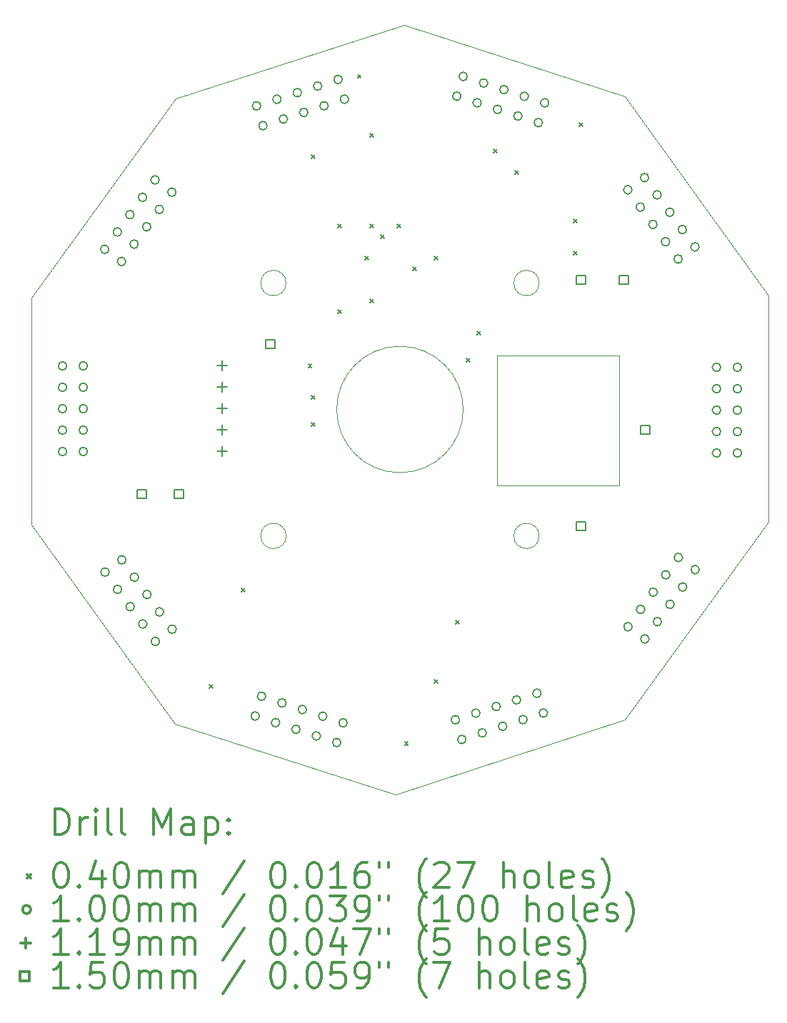
<source format=gbr>
%FSLAX45Y45*%
G04 Gerber Fmt 4.5, Leading zero omitted, Abs format (unit mm)*
G04 Created by KiCad (PCBNEW 5.1.6) date 2020-09-22 22:13:52*
%MOMM*%
%LPD*%
G01*
G04 APERTURE LIST*
%TA.AperFunction,Profile*%
%ADD10C,0.100000*%
%TD*%
%TA.AperFunction,Profile*%
%ADD11C,0.050000*%
%TD*%
%ADD12C,0.200000*%
%ADD13C,0.300000*%
G04 APERTURE END LIST*
D10*
X7048500Y-2438400D02*
X9664700Y-3289300D01*
X4343400Y-3314700D02*
X7048500Y-2438400D01*
X2628900Y-5676900D02*
X4343400Y-3314700D01*
X2628900Y-8369300D02*
X2628900Y-5676900D01*
X4330700Y-10731500D02*
X2628900Y-8369300D01*
X6946900Y-11569700D02*
X4330700Y-10731500D01*
X9664700Y-10680700D02*
X6946900Y-11569700D01*
X11366500Y-8331200D02*
X9664700Y-10680700D01*
X11366500Y-5651500D02*
X11366500Y-8331200D01*
X9664700Y-3289300D02*
X11366500Y-5651500D01*
D11*
X8150000Y-7900000D02*
X8150000Y-6360000D01*
X9600000Y-7900000D02*
X8150000Y-7900000D01*
X9600000Y-6360000D02*
X9600000Y-7900000D01*
X8150000Y-6360000D02*
X9600000Y-6360000D01*
X5650000Y-5500000D02*
G75*
G03*
X5650000Y-5500000I-150000J0D01*
G01*
X5650000Y-8500000D02*
G75*
G03*
X5650000Y-8500000I-150000J0D01*
G01*
X8650000Y-8500000D02*
G75*
G03*
X8650000Y-8500000I-150000J0D01*
G01*
X8650000Y-5500000D02*
G75*
G03*
X8650000Y-5500000I-150000J0D01*
G01*
X7750000Y-7000000D02*
G75*
G03*
X7750000Y-7000000I-750000J0D01*
G01*
D12*
X4742500Y-10267000D02*
X4782500Y-10307000D01*
X4782500Y-10267000D02*
X4742500Y-10307000D01*
X5123500Y-9124000D02*
X5163500Y-9164000D01*
X5163500Y-9124000D02*
X5123500Y-9164000D01*
X5912549Y-6460174D02*
X5952549Y-6500174D01*
X5952549Y-6460174D02*
X5912549Y-6500174D01*
X5949000Y-3980500D02*
X5989000Y-4020500D01*
X5989000Y-3980500D02*
X5949000Y-4020500D01*
X5949000Y-6838001D02*
X5989000Y-6878001D01*
X5989000Y-6838001D02*
X5949000Y-6878001D01*
X5949000Y-7155500D02*
X5989000Y-7195500D01*
X5989000Y-7155500D02*
X5949000Y-7195500D01*
X6266500Y-4806000D02*
X6306500Y-4846000D01*
X6306500Y-4806000D02*
X6266500Y-4846000D01*
X6266500Y-5822000D02*
X6306500Y-5862000D01*
X6306500Y-5822000D02*
X6266500Y-5862000D01*
X6497640Y-3030540D02*
X6537640Y-3070540D01*
X6537640Y-3030540D02*
X6497640Y-3070540D01*
X6584000Y-5187000D02*
X6624000Y-5227000D01*
X6624000Y-5187000D02*
X6584000Y-5227000D01*
X6647500Y-3726500D02*
X6687500Y-3766500D01*
X6687500Y-3726500D02*
X6647500Y-3766500D01*
X6647500Y-4806000D02*
X6687500Y-4846000D01*
X6687500Y-4806000D02*
X6647500Y-4846000D01*
X6647500Y-5695000D02*
X6687500Y-5735000D01*
X6687500Y-5695000D02*
X6647500Y-5735000D01*
X6774500Y-4933000D02*
X6814500Y-4973000D01*
X6814500Y-4933000D02*
X6774500Y-4973000D01*
X6965000Y-4806000D02*
X7005000Y-4846000D01*
X7005000Y-4806000D02*
X6965000Y-4846000D01*
X7056440Y-10940100D02*
X7096440Y-10980100D01*
X7096440Y-10940100D02*
X7056440Y-10980100D01*
X7155500Y-5314000D02*
X7195500Y-5354000D01*
X7195500Y-5314000D02*
X7155500Y-5354000D01*
X7409500Y-5187000D02*
X7449500Y-5227000D01*
X7449500Y-5187000D02*
X7409500Y-5227000D01*
X7409500Y-10203500D02*
X7449500Y-10243500D01*
X7449500Y-10203500D02*
X7409500Y-10243500D01*
X7663500Y-9505000D02*
X7703500Y-9545000D01*
X7703500Y-9505000D02*
X7663500Y-9545000D01*
X7790500Y-6393500D02*
X7830500Y-6433500D01*
X7830500Y-6393500D02*
X7790500Y-6433500D01*
X7917500Y-6076000D02*
X7957500Y-6116000D01*
X7957500Y-6076000D02*
X7917500Y-6116000D01*
X8108000Y-3917000D02*
X8148000Y-3957000D01*
X8148000Y-3917000D02*
X8108000Y-3957000D01*
X8362000Y-4171000D02*
X8402000Y-4211000D01*
X8402000Y-4171000D02*
X8362000Y-4211000D01*
X9060500Y-4742500D02*
X9100500Y-4782500D01*
X9100500Y-4742500D02*
X9060500Y-4782500D01*
X9060500Y-5123500D02*
X9100500Y-5163500D01*
X9100500Y-5123500D02*
X9060500Y-5163500D01*
X9124000Y-3599500D02*
X9164000Y-3639500D01*
X9164000Y-3599500D02*
X9124000Y-3639500D01*
X3550000Y-5100000D02*
G75*
G03*
X3550000Y-5100000I-50000J0D01*
G01*
X3699297Y-4894510D02*
G75*
G03*
X3699297Y-4894510I-50000J0D01*
G01*
X3749018Y-5244595D02*
G75*
G03*
X3749018Y-5244595I-50000J0D01*
G01*
X3848595Y-4689019D02*
G75*
G03*
X3848595Y-4689019I-50000J0D01*
G01*
X3898316Y-5039105D02*
G75*
G03*
X3898316Y-5039105I-50000J0D01*
G01*
X3997892Y-4483529D02*
G75*
G03*
X3997892Y-4483529I-50000J0D01*
G01*
X4047613Y-4833615D02*
G75*
G03*
X4047613Y-4833615I-50000J0D01*
G01*
X4147190Y-4278039D02*
G75*
G03*
X4147190Y-4278039I-50000J0D01*
G01*
X4196911Y-4628124D02*
G75*
G03*
X4196911Y-4628124I-50000J0D01*
G01*
X4346208Y-4422634D02*
G75*
G03*
X4346208Y-4422634I-50000J0D01*
G01*
X5333727Y-10636039D02*
G75*
G03*
X5333727Y-10636039I-50000J0D01*
G01*
X5409745Y-10402079D02*
G75*
G03*
X5409745Y-10402079I-50000J0D01*
G01*
X5575295Y-10714529D02*
G75*
G03*
X5575295Y-10714529I-50000J0D01*
G01*
X5651313Y-10480569D02*
G75*
G03*
X5651313Y-10480569I-50000J0D01*
G01*
X5816863Y-10793019D02*
G75*
G03*
X5816863Y-10793019I-50000J0D01*
G01*
X5892881Y-10559060D02*
G75*
G03*
X5892881Y-10559060I-50000J0D01*
G01*
X6058432Y-10871510D02*
G75*
G03*
X6058432Y-10871510I-50000J0D01*
G01*
X6134450Y-10637550D02*
G75*
G03*
X6134450Y-10637550I-50000J0D01*
G01*
X6300000Y-10950000D02*
G75*
G03*
X6300000Y-10950000I-50000J0D01*
G01*
X6376018Y-10716040D02*
G75*
G03*
X6376018Y-10716040I-50000J0D01*
G01*
X7723982Y-3283960D02*
G75*
G03*
X7723982Y-3283960I-50000J0D01*
G01*
X7800000Y-3050000D02*
G75*
G03*
X7800000Y-3050000I-50000J0D01*
G01*
X7965550Y-3362450D02*
G75*
G03*
X7965550Y-3362450I-50000J0D01*
G01*
X8041568Y-3128490D02*
G75*
G03*
X8041568Y-3128490I-50000J0D01*
G01*
X8207118Y-3440940D02*
G75*
G03*
X8207118Y-3440940I-50000J0D01*
G01*
X8283137Y-3206981D02*
G75*
G03*
X8283137Y-3206981I-50000J0D01*
G01*
X8448687Y-3519431D02*
G75*
G03*
X8448687Y-3519431I-50000J0D01*
G01*
X8524705Y-3285471D02*
G75*
G03*
X8524705Y-3285471I-50000J0D01*
G01*
X8690255Y-3597921D02*
G75*
G03*
X8690255Y-3597921I-50000J0D01*
G01*
X8766273Y-3363961D02*
G75*
G03*
X8766273Y-3363961I-50000J0D01*
G01*
X9750982Y-4394595D02*
G75*
G03*
X9750982Y-4394595I-50000J0D01*
G01*
X9900279Y-4600086D02*
G75*
G03*
X9900279Y-4600086I-50000J0D01*
G01*
X9950000Y-4250000D02*
G75*
G03*
X9950000Y-4250000I-50000J0D01*
G01*
X10049577Y-4805576D02*
G75*
G03*
X10049577Y-4805576I-50000J0D01*
G01*
X10099298Y-4455490D02*
G75*
G03*
X10099298Y-4455490I-50000J0D01*
G01*
X10198874Y-5011066D02*
G75*
G03*
X10198874Y-5011066I-50000J0D01*
G01*
X10248595Y-4660981D02*
G75*
G03*
X10248595Y-4660981I-50000J0D01*
G01*
X10348172Y-5216556D02*
G75*
G03*
X10348172Y-5216556I-50000J0D01*
G01*
X10397892Y-4866471D02*
G75*
G03*
X10397892Y-4866471I-50000J0D01*
G01*
X10547190Y-5071961D02*
G75*
G03*
X10547190Y-5071961I-50000J0D01*
G01*
X5350000Y-3400000D02*
G75*
G03*
X5350000Y-3400000I-50000J0D01*
G01*
X5426018Y-3633960D02*
G75*
G03*
X5426018Y-3633960I-50000J0D01*
G01*
X5591568Y-3321510D02*
G75*
G03*
X5591568Y-3321510I-50000J0D01*
G01*
X5667586Y-3555470D02*
G75*
G03*
X5667586Y-3555470I-50000J0D01*
G01*
X5833137Y-3243019D02*
G75*
G03*
X5833137Y-3243019I-50000J0D01*
G01*
X5909155Y-3476979D02*
G75*
G03*
X5909155Y-3476979I-50000J0D01*
G01*
X6074705Y-3164529D02*
G75*
G03*
X6074705Y-3164529I-50000J0D01*
G01*
X6150723Y-3398489D02*
G75*
G03*
X6150723Y-3398489I-50000J0D01*
G01*
X6316273Y-3086039D02*
G75*
G03*
X6316273Y-3086039I-50000J0D01*
G01*
X6392292Y-3319999D02*
G75*
G03*
X6392292Y-3319999I-50000J0D01*
G01*
X3552810Y-8928039D02*
G75*
G03*
X3552810Y-8928039I-50000J0D01*
G01*
X3702108Y-9133529D02*
G75*
G03*
X3702108Y-9133529I-50000J0D01*
G01*
X3751828Y-8783444D02*
G75*
G03*
X3751828Y-8783444I-50000J0D01*
G01*
X3851405Y-9339019D02*
G75*
G03*
X3851405Y-9339019I-50000J0D01*
G01*
X3901126Y-8988934D02*
G75*
G03*
X3901126Y-8988934I-50000J0D01*
G01*
X4000702Y-9544510D02*
G75*
G03*
X4000702Y-9544510I-50000J0D01*
G01*
X4050423Y-9194424D02*
G75*
G03*
X4050423Y-9194424I-50000J0D01*
G01*
X4150000Y-9750000D02*
G75*
G03*
X4150000Y-9750000I-50000J0D01*
G01*
X4199721Y-9399915D02*
G75*
G03*
X4199721Y-9399915I-50000J0D01*
G01*
X4349018Y-9605405D02*
G75*
G03*
X4349018Y-9605405I-50000J0D01*
G01*
X10804000Y-6500000D02*
G75*
G03*
X10804000Y-6500000I-50000J0D01*
G01*
X10804000Y-6754000D02*
G75*
G03*
X10804000Y-6754000I-50000J0D01*
G01*
X10804000Y-7008000D02*
G75*
G03*
X10804000Y-7008000I-50000J0D01*
G01*
X10804000Y-7262000D02*
G75*
G03*
X10804000Y-7262000I-50000J0D01*
G01*
X10804000Y-7516000D02*
G75*
G03*
X10804000Y-7516000I-50000J0D01*
G01*
X11050000Y-6500000D02*
G75*
G03*
X11050000Y-6500000I-50000J0D01*
G01*
X11050000Y-6754000D02*
G75*
G03*
X11050000Y-6754000I-50000J0D01*
G01*
X11050000Y-7008000D02*
G75*
G03*
X11050000Y-7008000I-50000J0D01*
G01*
X11050000Y-7262000D02*
G75*
G03*
X11050000Y-7262000I-50000J0D01*
G01*
X11050000Y-7516000D02*
G75*
G03*
X11050000Y-7516000I-50000J0D01*
G01*
X9753792Y-9577366D02*
G75*
G03*
X9753792Y-9577366I-50000J0D01*
G01*
X9903090Y-9371876D02*
G75*
G03*
X9903090Y-9371876I-50000J0D01*
G01*
X9952810Y-9721961D02*
G75*
G03*
X9952810Y-9721961I-50000J0D01*
G01*
X10052387Y-9166386D02*
G75*
G03*
X10052387Y-9166386I-50000J0D01*
G01*
X10102108Y-9516471D02*
G75*
G03*
X10102108Y-9516471I-50000J0D01*
G01*
X10201684Y-8960895D02*
G75*
G03*
X10201684Y-8960895I-50000J0D01*
G01*
X10251405Y-9310981D02*
G75*
G03*
X10251405Y-9310981I-50000J0D01*
G01*
X10350982Y-8755405D02*
G75*
G03*
X10350982Y-8755405I-50000J0D01*
G01*
X10400703Y-9105490D02*
G75*
G03*
X10400703Y-9105490I-50000J0D01*
G01*
X10550000Y-8900000D02*
G75*
G03*
X10550000Y-8900000I-50000J0D01*
G01*
X3050000Y-6484000D02*
G75*
G03*
X3050000Y-6484000I-50000J0D01*
G01*
X3050000Y-6738000D02*
G75*
G03*
X3050000Y-6738000I-50000J0D01*
G01*
X3050000Y-6992000D02*
G75*
G03*
X3050000Y-6992000I-50000J0D01*
G01*
X3050000Y-7246000D02*
G75*
G03*
X3050000Y-7246000I-50000J0D01*
G01*
X3050000Y-7500000D02*
G75*
G03*
X3050000Y-7500000I-50000J0D01*
G01*
X3296000Y-6484000D02*
G75*
G03*
X3296000Y-6484000I-50000J0D01*
G01*
X3296000Y-6738000D02*
G75*
G03*
X3296000Y-6738000I-50000J0D01*
G01*
X3296000Y-6992000D02*
G75*
G03*
X3296000Y-6992000I-50000J0D01*
G01*
X3296000Y-7246000D02*
G75*
G03*
X3296000Y-7246000I-50000J0D01*
G01*
X3296000Y-7500000D02*
G75*
G03*
X3296000Y-7500000I-50000J0D01*
G01*
X7707708Y-10680001D02*
G75*
G03*
X7707708Y-10680001I-50000J0D01*
G01*
X7783727Y-10913961D02*
G75*
G03*
X7783727Y-10913961I-50000J0D01*
G01*
X7949277Y-10601511D02*
G75*
G03*
X7949277Y-10601511I-50000J0D01*
G01*
X8025295Y-10835471D02*
G75*
G03*
X8025295Y-10835471I-50000J0D01*
G01*
X8190845Y-10523021D02*
G75*
G03*
X8190845Y-10523021I-50000J0D01*
G01*
X8266863Y-10756981D02*
G75*
G03*
X8266863Y-10756981I-50000J0D01*
G01*
X8432414Y-10444530D02*
G75*
G03*
X8432414Y-10444530I-50000J0D01*
G01*
X8508432Y-10678490D02*
G75*
G03*
X8508432Y-10678490I-50000J0D01*
G01*
X8673982Y-10366040D02*
G75*
G03*
X8673982Y-10366040I-50000J0D01*
G01*
X8750000Y-10600000D02*
G75*
G03*
X8750000Y-10600000I-50000J0D01*
G01*
X4889500Y-6417500D02*
X4889500Y-6536500D01*
X4830000Y-6477000D02*
X4949000Y-6477000D01*
X4889500Y-6671500D02*
X4889500Y-6790500D01*
X4830000Y-6731000D02*
X4949000Y-6731000D01*
X4889500Y-6925500D02*
X4889500Y-7044500D01*
X4830000Y-6985000D02*
X4949000Y-6985000D01*
X4889500Y-7179500D02*
X4889500Y-7298500D01*
X4830000Y-7239000D02*
X4949000Y-7239000D01*
X4889500Y-7433500D02*
X4889500Y-7552500D01*
X4830000Y-7493000D02*
X4949000Y-7493000D01*
X9197034Y-5514034D02*
X9197034Y-5407967D01*
X9090967Y-5407967D01*
X9090967Y-5514034D01*
X9197034Y-5514034D01*
X9959034Y-7292033D02*
X9959034Y-7185966D01*
X9852967Y-7185966D01*
X9852967Y-7292033D01*
X9959034Y-7292033D01*
X9705034Y-5514034D02*
X9705034Y-5407967D01*
X9598967Y-5407967D01*
X9598967Y-5514034D01*
X9705034Y-5514034D01*
X9197034Y-8435034D02*
X9197034Y-8328966D01*
X9090967Y-8328966D01*
X9090967Y-8435034D01*
X9197034Y-8435034D01*
X3990033Y-8054033D02*
X3990033Y-7947966D01*
X3883966Y-7947966D01*
X3883966Y-8054033D01*
X3990033Y-8054033D01*
X5514034Y-6276033D02*
X5514034Y-6169966D01*
X5407967Y-6169966D01*
X5407967Y-6276033D01*
X5514034Y-6276033D01*
X4434534Y-8054033D02*
X4434534Y-7947966D01*
X4328467Y-7947966D01*
X4328467Y-8054033D01*
X4434534Y-8054033D01*
D13*
X2910328Y-12040414D02*
X2910328Y-11740414D01*
X2981757Y-11740414D01*
X3024614Y-11754700D01*
X3053186Y-11783271D01*
X3067471Y-11811843D01*
X3081757Y-11868986D01*
X3081757Y-11911843D01*
X3067471Y-11968986D01*
X3053186Y-11997557D01*
X3024614Y-12026129D01*
X2981757Y-12040414D01*
X2910328Y-12040414D01*
X3210328Y-12040414D02*
X3210328Y-11840414D01*
X3210328Y-11897557D02*
X3224614Y-11868986D01*
X3238900Y-11854700D01*
X3267471Y-11840414D01*
X3296043Y-11840414D01*
X3396043Y-12040414D02*
X3396043Y-11840414D01*
X3396043Y-11740414D02*
X3381757Y-11754700D01*
X3396043Y-11768986D01*
X3410328Y-11754700D01*
X3396043Y-11740414D01*
X3396043Y-11768986D01*
X3581757Y-12040414D02*
X3553186Y-12026129D01*
X3538900Y-11997557D01*
X3538900Y-11740414D01*
X3738900Y-12040414D02*
X3710328Y-12026129D01*
X3696043Y-11997557D01*
X3696043Y-11740414D01*
X4081757Y-12040414D02*
X4081757Y-11740414D01*
X4181757Y-11954700D01*
X4281757Y-11740414D01*
X4281757Y-12040414D01*
X4553186Y-12040414D02*
X4553186Y-11883271D01*
X4538900Y-11854700D01*
X4510328Y-11840414D01*
X4453186Y-11840414D01*
X4424614Y-11854700D01*
X4553186Y-12026129D02*
X4524614Y-12040414D01*
X4453186Y-12040414D01*
X4424614Y-12026129D01*
X4410328Y-11997557D01*
X4410328Y-11968986D01*
X4424614Y-11940414D01*
X4453186Y-11926129D01*
X4524614Y-11926129D01*
X4553186Y-11911843D01*
X4696043Y-11840414D02*
X4696043Y-12140414D01*
X4696043Y-11854700D02*
X4724614Y-11840414D01*
X4781757Y-11840414D01*
X4810328Y-11854700D01*
X4824614Y-11868986D01*
X4838900Y-11897557D01*
X4838900Y-11983271D01*
X4824614Y-12011843D01*
X4810328Y-12026129D01*
X4781757Y-12040414D01*
X4724614Y-12040414D01*
X4696043Y-12026129D01*
X4967471Y-12011843D02*
X4981757Y-12026129D01*
X4967471Y-12040414D01*
X4953186Y-12026129D01*
X4967471Y-12011843D01*
X4967471Y-12040414D01*
X4967471Y-11854700D02*
X4981757Y-11868986D01*
X4967471Y-11883271D01*
X4953186Y-11868986D01*
X4967471Y-11854700D01*
X4967471Y-11883271D01*
X2583900Y-12514700D02*
X2623900Y-12554700D01*
X2623900Y-12514700D02*
X2583900Y-12554700D01*
X2967471Y-12370414D02*
X2996043Y-12370414D01*
X3024614Y-12384700D01*
X3038900Y-12398986D01*
X3053186Y-12427557D01*
X3067471Y-12484700D01*
X3067471Y-12556129D01*
X3053186Y-12613271D01*
X3038900Y-12641843D01*
X3024614Y-12656129D01*
X2996043Y-12670414D01*
X2967471Y-12670414D01*
X2938900Y-12656129D01*
X2924614Y-12641843D01*
X2910328Y-12613271D01*
X2896043Y-12556129D01*
X2896043Y-12484700D01*
X2910328Y-12427557D01*
X2924614Y-12398986D01*
X2938900Y-12384700D01*
X2967471Y-12370414D01*
X3196043Y-12641843D02*
X3210328Y-12656129D01*
X3196043Y-12670414D01*
X3181757Y-12656129D01*
X3196043Y-12641843D01*
X3196043Y-12670414D01*
X3467471Y-12470414D02*
X3467471Y-12670414D01*
X3396043Y-12356129D02*
X3324614Y-12570414D01*
X3510328Y-12570414D01*
X3681757Y-12370414D02*
X3710328Y-12370414D01*
X3738900Y-12384700D01*
X3753186Y-12398986D01*
X3767471Y-12427557D01*
X3781757Y-12484700D01*
X3781757Y-12556129D01*
X3767471Y-12613271D01*
X3753186Y-12641843D01*
X3738900Y-12656129D01*
X3710328Y-12670414D01*
X3681757Y-12670414D01*
X3653186Y-12656129D01*
X3638900Y-12641843D01*
X3624614Y-12613271D01*
X3610328Y-12556129D01*
X3610328Y-12484700D01*
X3624614Y-12427557D01*
X3638900Y-12398986D01*
X3653186Y-12384700D01*
X3681757Y-12370414D01*
X3910328Y-12670414D02*
X3910328Y-12470414D01*
X3910328Y-12498986D02*
X3924614Y-12484700D01*
X3953186Y-12470414D01*
X3996043Y-12470414D01*
X4024614Y-12484700D01*
X4038900Y-12513271D01*
X4038900Y-12670414D01*
X4038900Y-12513271D02*
X4053186Y-12484700D01*
X4081757Y-12470414D01*
X4124614Y-12470414D01*
X4153186Y-12484700D01*
X4167471Y-12513271D01*
X4167471Y-12670414D01*
X4310328Y-12670414D02*
X4310328Y-12470414D01*
X4310328Y-12498986D02*
X4324614Y-12484700D01*
X4353186Y-12470414D01*
X4396043Y-12470414D01*
X4424614Y-12484700D01*
X4438900Y-12513271D01*
X4438900Y-12670414D01*
X4438900Y-12513271D02*
X4453186Y-12484700D01*
X4481757Y-12470414D01*
X4524614Y-12470414D01*
X4553186Y-12484700D01*
X4567471Y-12513271D01*
X4567471Y-12670414D01*
X5153186Y-12356129D02*
X4896043Y-12741843D01*
X5538900Y-12370414D02*
X5567471Y-12370414D01*
X5596043Y-12384700D01*
X5610328Y-12398986D01*
X5624614Y-12427557D01*
X5638900Y-12484700D01*
X5638900Y-12556129D01*
X5624614Y-12613271D01*
X5610328Y-12641843D01*
X5596043Y-12656129D01*
X5567471Y-12670414D01*
X5538900Y-12670414D01*
X5510328Y-12656129D01*
X5496043Y-12641843D01*
X5481757Y-12613271D01*
X5467471Y-12556129D01*
X5467471Y-12484700D01*
X5481757Y-12427557D01*
X5496043Y-12398986D01*
X5510328Y-12384700D01*
X5538900Y-12370414D01*
X5767471Y-12641843D02*
X5781757Y-12656129D01*
X5767471Y-12670414D01*
X5753186Y-12656129D01*
X5767471Y-12641843D01*
X5767471Y-12670414D01*
X5967471Y-12370414D02*
X5996043Y-12370414D01*
X6024614Y-12384700D01*
X6038900Y-12398986D01*
X6053186Y-12427557D01*
X6067471Y-12484700D01*
X6067471Y-12556129D01*
X6053186Y-12613271D01*
X6038900Y-12641843D01*
X6024614Y-12656129D01*
X5996043Y-12670414D01*
X5967471Y-12670414D01*
X5938900Y-12656129D01*
X5924614Y-12641843D01*
X5910328Y-12613271D01*
X5896043Y-12556129D01*
X5896043Y-12484700D01*
X5910328Y-12427557D01*
X5924614Y-12398986D01*
X5938900Y-12384700D01*
X5967471Y-12370414D01*
X6353186Y-12670414D02*
X6181757Y-12670414D01*
X6267471Y-12670414D02*
X6267471Y-12370414D01*
X6238900Y-12413271D01*
X6210328Y-12441843D01*
X6181757Y-12456129D01*
X6610328Y-12370414D02*
X6553186Y-12370414D01*
X6524614Y-12384700D01*
X6510328Y-12398986D01*
X6481757Y-12441843D01*
X6467471Y-12498986D01*
X6467471Y-12613271D01*
X6481757Y-12641843D01*
X6496043Y-12656129D01*
X6524614Y-12670414D01*
X6581757Y-12670414D01*
X6610328Y-12656129D01*
X6624614Y-12641843D01*
X6638900Y-12613271D01*
X6638900Y-12541843D01*
X6624614Y-12513271D01*
X6610328Y-12498986D01*
X6581757Y-12484700D01*
X6524614Y-12484700D01*
X6496043Y-12498986D01*
X6481757Y-12513271D01*
X6467471Y-12541843D01*
X6753186Y-12370414D02*
X6753186Y-12427557D01*
X6867471Y-12370414D02*
X6867471Y-12427557D01*
X7310328Y-12784700D02*
X7296043Y-12770414D01*
X7267471Y-12727557D01*
X7253186Y-12698986D01*
X7238900Y-12656129D01*
X7224614Y-12584700D01*
X7224614Y-12527557D01*
X7238900Y-12456129D01*
X7253186Y-12413271D01*
X7267471Y-12384700D01*
X7296043Y-12341843D01*
X7310328Y-12327557D01*
X7410328Y-12398986D02*
X7424614Y-12384700D01*
X7453186Y-12370414D01*
X7524614Y-12370414D01*
X7553186Y-12384700D01*
X7567471Y-12398986D01*
X7581757Y-12427557D01*
X7581757Y-12456129D01*
X7567471Y-12498986D01*
X7396043Y-12670414D01*
X7581757Y-12670414D01*
X7681757Y-12370414D02*
X7881757Y-12370414D01*
X7753186Y-12670414D01*
X8224614Y-12670414D02*
X8224614Y-12370414D01*
X8353186Y-12670414D02*
X8353186Y-12513271D01*
X8338900Y-12484700D01*
X8310328Y-12470414D01*
X8267471Y-12470414D01*
X8238900Y-12484700D01*
X8224614Y-12498986D01*
X8538900Y-12670414D02*
X8510328Y-12656129D01*
X8496043Y-12641843D01*
X8481757Y-12613271D01*
X8481757Y-12527557D01*
X8496043Y-12498986D01*
X8510328Y-12484700D01*
X8538900Y-12470414D01*
X8581757Y-12470414D01*
X8610328Y-12484700D01*
X8624614Y-12498986D01*
X8638900Y-12527557D01*
X8638900Y-12613271D01*
X8624614Y-12641843D01*
X8610328Y-12656129D01*
X8581757Y-12670414D01*
X8538900Y-12670414D01*
X8810328Y-12670414D02*
X8781757Y-12656129D01*
X8767471Y-12627557D01*
X8767471Y-12370414D01*
X9038900Y-12656129D02*
X9010328Y-12670414D01*
X8953186Y-12670414D01*
X8924614Y-12656129D01*
X8910328Y-12627557D01*
X8910328Y-12513271D01*
X8924614Y-12484700D01*
X8953186Y-12470414D01*
X9010328Y-12470414D01*
X9038900Y-12484700D01*
X9053186Y-12513271D01*
X9053186Y-12541843D01*
X8910328Y-12570414D01*
X9167471Y-12656129D02*
X9196043Y-12670414D01*
X9253186Y-12670414D01*
X9281757Y-12656129D01*
X9296043Y-12627557D01*
X9296043Y-12613271D01*
X9281757Y-12584700D01*
X9253186Y-12570414D01*
X9210328Y-12570414D01*
X9181757Y-12556129D01*
X9167471Y-12527557D01*
X9167471Y-12513271D01*
X9181757Y-12484700D01*
X9210328Y-12470414D01*
X9253186Y-12470414D01*
X9281757Y-12484700D01*
X9396043Y-12784700D02*
X9410328Y-12770414D01*
X9438900Y-12727557D01*
X9453186Y-12698986D01*
X9467471Y-12656129D01*
X9481757Y-12584700D01*
X9481757Y-12527557D01*
X9467471Y-12456129D01*
X9453186Y-12413271D01*
X9438900Y-12384700D01*
X9410328Y-12341843D01*
X9396043Y-12327557D01*
X2623900Y-12930700D02*
G75*
G03*
X2623900Y-12930700I-50000J0D01*
G01*
X3067471Y-13066414D02*
X2896043Y-13066414D01*
X2981757Y-13066414D02*
X2981757Y-12766414D01*
X2953186Y-12809271D01*
X2924614Y-12837843D01*
X2896043Y-12852129D01*
X3196043Y-13037843D02*
X3210328Y-13052129D01*
X3196043Y-13066414D01*
X3181757Y-13052129D01*
X3196043Y-13037843D01*
X3196043Y-13066414D01*
X3396043Y-12766414D02*
X3424614Y-12766414D01*
X3453186Y-12780700D01*
X3467471Y-12794986D01*
X3481757Y-12823557D01*
X3496043Y-12880700D01*
X3496043Y-12952129D01*
X3481757Y-13009271D01*
X3467471Y-13037843D01*
X3453186Y-13052129D01*
X3424614Y-13066414D01*
X3396043Y-13066414D01*
X3367471Y-13052129D01*
X3353186Y-13037843D01*
X3338900Y-13009271D01*
X3324614Y-12952129D01*
X3324614Y-12880700D01*
X3338900Y-12823557D01*
X3353186Y-12794986D01*
X3367471Y-12780700D01*
X3396043Y-12766414D01*
X3681757Y-12766414D02*
X3710328Y-12766414D01*
X3738900Y-12780700D01*
X3753186Y-12794986D01*
X3767471Y-12823557D01*
X3781757Y-12880700D01*
X3781757Y-12952129D01*
X3767471Y-13009271D01*
X3753186Y-13037843D01*
X3738900Y-13052129D01*
X3710328Y-13066414D01*
X3681757Y-13066414D01*
X3653186Y-13052129D01*
X3638900Y-13037843D01*
X3624614Y-13009271D01*
X3610328Y-12952129D01*
X3610328Y-12880700D01*
X3624614Y-12823557D01*
X3638900Y-12794986D01*
X3653186Y-12780700D01*
X3681757Y-12766414D01*
X3910328Y-13066414D02*
X3910328Y-12866414D01*
X3910328Y-12894986D02*
X3924614Y-12880700D01*
X3953186Y-12866414D01*
X3996043Y-12866414D01*
X4024614Y-12880700D01*
X4038900Y-12909271D01*
X4038900Y-13066414D01*
X4038900Y-12909271D02*
X4053186Y-12880700D01*
X4081757Y-12866414D01*
X4124614Y-12866414D01*
X4153186Y-12880700D01*
X4167471Y-12909271D01*
X4167471Y-13066414D01*
X4310328Y-13066414D02*
X4310328Y-12866414D01*
X4310328Y-12894986D02*
X4324614Y-12880700D01*
X4353186Y-12866414D01*
X4396043Y-12866414D01*
X4424614Y-12880700D01*
X4438900Y-12909271D01*
X4438900Y-13066414D01*
X4438900Y-12909271D02*
X4453186Y-12880700D01*
X4481757Y-12866414D01*
X4524614Y-12866414D01*
X4553186Y-12880700D01*
X4567471Y-12909271D01*
X4567471Y-13066414D01*
X5153186Y-12752129D02*
X4896043Y-13137843D01*
X5538900Y-12766414D02*
X5567471Y-12766414D01*
X5596043Y-12780700D01*
X5610328Y-12794986D01*
X5624614Y-12823557D01*
X5638900Y-12880700D01*
X5638900Y-12952129D01*
X5624614Y-13009271D01*
X5610328Y-13037843D01*
X5596043Y-13052129D01*
X5567471Y-13066414D01*
X5538900Y-13066414D01*
X5510328Y-13052129D01*
X5496043Y-13037843D01*
X5481757Y-13009271D01*
X5467471Y-12952129D01*
X5467471Y-12880700D01*
X5481757Y-12823557D01*
X5496043Y-12794986D01*
X5510328Y-12780700D01*
X5538900Y-12766414D01*
X5767471Y-13037843D02*
X5781757Y-13052129D01*
X5767471Y-13066414D01*
X5753186Y-13052129D01*
X5767471Y-13037843D01*
X5767471Y-13066414D01*
X5967471Y-12766414D02*
X5996043Y-12766414D01*
X6024614Y-12780700D01*
X6038900Y-12794986D01*
X6053186Y-12823557D01*
X6067471Y-12880700D01*
X6067471Y-12952129D01*
X6053186Y-13009271D01*
X6038900Y-13037843D01*
X6024614Y-13052129D01*
X5996043Y-13066414D01*
X5967471Y-13066414D01*
X5938900Y-13052129D01*
X5924614Y-13037843D01*
X5910328Y-13009271D01*
X5896043Y-12952129D01*
X5896043Y-12880700D01*
X5910328Y-12823557D01*
X5924614Y-12794986D01*
X5938900Y-12780700D01*
X5967471Y-12766414D01*
X6167471Y-12766414D02*
X6353186Y-12766414D01*
X6253186Y-12880700D01*
X6296043Y-12880700D01*
X6324614Y-12894986D01*
X6338900Y-12909271D01*
X6353186Y-12937843D01*
X6353186Y-13009271D01*
X6338900Y-13037843D01*
X6324614Y-13052129D01*
X6296043Y-13066414D01*
X6210328Y-13066414D01*
X6181757Y-13052129D01*
X6167471Y-13037843D01*
X6496043Y-13066414D02*
X6553186Y-13066414D01*
X6581757Y-13052129D01*
X6596043Y-13037843D01*
X6624614Y-12994986D01*
X6638900Y-12937843D01*
X6638900Y-12823557D01*
X6624614Y-12794986D01*
X6610328Y-12780700D01*
X6581757Y-12766414D01*
X6524614Y-12766414D01*
X6496043Y-12780700D01*
X6481757Y-12794986D01*
X6467471Y-12823557D01*
X6467471Y-12894986D01*
X6481757Y-12923557D01*
X6496043Y-12937843D01*
X6524614Y-12952129D01*
X6581757Y-12952129D01*
X6610328Y-12937843D01*
X6624614Y-12923557D01*
X6638900Y-12894986D01*
X6753186Y-12766414D02*
X6753186Y-12823557D01*
X6867471Y-12766414D02*
X6867471Y-12823557D01*
X7310328Y-13180700D02*
X7296043Y-13166414D01*
X7267471Y-13123557D01*
X7253186Y-13094986D01*
X7238900Y-13052129D01*
X7224614Y-12980700D01*
X7224614Y-12923557D01*
X7238900Y-12852129D01*
X7253186Y-12809271D01*
X7267471Y-12780700D01*
X7296043Y-12737843D01*
X7310328Y-12723557D01*
X7581757Y-13066414D02*
X7410328Y-13066414D01*
X7496043Y-13066414D02*
X7496043Y-12766414D01*
X7467471Y-12809271D01*
X7438900Y-12837843D01*
X7410328Y-12852129D01*
X7767471Y-12766414D02*
X7796043Y-12766414D01*
X7824614Y-12780700D01*
X7838900Y-12794986D01*
X7853186Y-12823557D01*
X7867471Y-12880700D01*
X7867471Y-12952129D01*
X7853186Y-13009271D01*
X7838900Y-13037843D01*
X7824614Y-13052129D01*
X7796043Y-13066414D01*
X7767471Y-13066414D01*
X7738900Y-13052129D01*
X7724614Y-13037843D01*
X7710328Y-13009271D01*
X7696043Y-12952129D01*
X7696043Y-12880700D01*
X7710328Y-12823557D01*
X7724614Y-12794986D01*
X7738900Y-12780700D01*
X7767471Y-12766414D01*
X8053186Y-12766414D02*
X8081757Y-12766414D01*
X8110328Y-12780700D01*
X8124614Y-12794986D01*
X8138900Y-12823557D01*
X8153186Y-12880700D01*
X8153186Y-12952129D01*
X8138900Y-13009271D01*
X8124614Y-13037843D01*
X8110328Y-13052129D01*
X8081757Y-13066414D01*
X8053186Y-13066414D01*
X8024614Y-13052129D01*
X8010328Y-13037843D01*
X7996043Y-13009271D01*
X7981757Y-12952129D01*
X7981757Y-12880700D01*
X7996043Y-12823557D01*
X8010328Y-12794986D01*
X8024614Y-12780700D01*
X8053186Y-12766414D01*
X8510328Y-13066414D02*
X8510328Y-12766414D01*
X8638900Y-13066414D02*
X8638900Y-12909271D01*
X8624614Y-12880700D01*
X8596043Y-12866414D01*
X8553186Y-12866414D01*
X8524614Y-12880700D01*
X8510328Y-12894986D01*
X8824614Y-13066414D02*
X8796043Y-13052129D01*
X8781757Y-13037843D01*
X8767471Y-13009271D01*
X8767471Y-12923557D01*
X8781757Y-12894986D01*
X8796043Y-12880700D01*
X8824614Y-12866414D01*
X8867471Y-12866414D01*
X8896043Y-12880700D01*
X8910328Y-12894986D01*
X8924614Y-12923557D01*
X8924614Y-13009271D01*
X8910328Y-13037843D01*
X8896043Y-13052129D01*
X8867471Y-13066414D01*
X8824614Y-13066414D01*
X9096043Y-13066414D02*
X9067471Y-13052129D01*
X9053186Y-13023557D01*
X9053186Y-12766414D01*
X9324614Y-13052129D02*
X9296043Y-13066414D01*
X9238900Y-13066414D01*
X9210328Y-13052129D01*
X9196043Y-13023557D01*
X9196043Y-12909271D01*
X9210328Y-12880700D01*
X9238900Y-12866414D01*
X9296043Y-12866414D01*
X9324614Y-12880700D01*
X9338900Y-12909271D01*
X9338900Y-12937843D01*
X9196043Y-12966414D01*
X9453186Y-13052129D02*
X9481757Y-13066414D01*
X9538900Y-13066414D01*
X9567471Y-13052129D01*
X9581757Y-13023557D01*
X9581757Y-13009271D01*
X9567471Y-12980700D01*
X9538900Y-12966414D01*
X9496043Y-12966414D01*
X9467471Y-12952129D01*
X9453186Y-12923557D01*
X9453186Y-12909271D01*
X9467471Y-12880700D01*
X9496043Y-12866414D01*
X9538900Y-12866414D01*
X9567471Y-12880700D01*
X9681757Y-13180700D02*
X9696043Y-13166414D01*
X9724614Y-13123557D01*
X9738900Y-13094986D01*
X9753186Y-13052129D01*
X9767471Y-12980700D01*
X9767471Y-12923557D01*
X9753186Y-12852129D01*
X9738900Y-12809271D01*
X9724614Y-12780700D01*
X9696043Y-12737843D01*
X9681757Y-12723557D01*
X2564400Y-13267200D02*
X2564400Y-13386200D01*
X2504900Y-13326700D02*
X2623900Y-13326700D01*
X3067471Y-13462414D02*
X2896043Y-13462414D01*
X2981757Y-13462414D02*
X2981757Y-13162414D01*
X2953186Y-13205271D01*
X2924614Y-13233843D01*
X2896043Y-13248129D01*
X3196043Y-13433843D02*
X3210328Y-13448129D01*
X3196043Y-13462414D01*
X3181757Y-13448129D01*
X3196043Y-13433843D01*
X3196043Y-13462414D01*
X3496043Y-13462414D02*
X3324614Y-13462414D01*
X3410328Y-13462414D02*
X3410328Y-13162414D01*
X3381757Y-13205271D01*
X3353186Y-13233843D01*
X3324614Y-13248129D01*
X3638900Y-13462414D02*
X3696043Y-13462414D01*
X3724614Y-13448129D01*
X3738900Y-13433843D01*
X3767471Y-13390986D01*
X3781757Y-13333843D01*
X3781757Y-13219557D01*
X3767471Y-13190986D01*
X3753186Y-13176700D01*
X3724614Y-13162414D01*
X3667471Y-13162414D01*
X3638900Y-13176700D01*
X3624614Y-13190986D01*
X3610328Y-13219557D01*
X3610328Y-13290986D01*
X3624614Y-13319557D01*
X3638900Y-13333843D01*
X3667471Y-13348129D01*
X3724614Y-13348129D01*
X3753186Y-13333843D01*
X3767471Y-13319557D01*
X3781757Y-13290986D01*
X3910328Y-13462414D02*
X3910328Y-13262414D01*
X3910328Y-13290986D02*
X3924614Y-13276700D01*
X3953186Y-13262414D01*
X3996043Y-13262414D01*
X4024614Y-13276700D01*
X4038900Y-13305271D01*
X4038900Y-13462414D01*
X4038900Y-13305271D02*
X4053186Y-13276700D01*
X4081757Y-13262414D01*
X4124614Y-13262414D01*
X4153186Y-13276700D01*
X4167471Y-13305271D01*
X4167471Y-13462414D01*
X4310328Y-13462414D02*
X4310328Y-13262414D01*
X4310328Y-13290986D02*
X4324614Y-13276700D01*
X4353186Y-13262414D01*
X4396043Y-13262414D01*
X4424614Y-13276700D01*
X4438900Y-13305271D01*
X4438900Y-13462414D01*
X4438900Y-13305271D02*
X4453186Y-13276700D01*
X4481757Y-13262414D01*
X4524614Y-13262414D01*
X4553186Y-13276700D01*
X4567471Y-13305271D01*
X4567471Y-13462414D01*
X5153186Y-13148129D02*
X4896043Y-13533843D01*
X5538900Y-13162414D02*
X5567471Y-13162414D01*
X5596043Y-13176700D01*
X5610328Y-13190986D01*
X5624614Y-13219557D01*
X5638900Y-13276700D01*
X5638900Y-13348129D01*
X5624614Y-13405271D01*
X5610328Y-13433843D01*
X5596043Y-13448129D01*
X5567471Y-13462414D01*
X5538900Y-13462414D01*
X5510328Y-13448129D01*
X5496043Y-13433843D01*
X5481757Y-13405271D01*
X5467471Y-13348129D01*
X5467471Y-13276700D01*
X5481757Y-13219557D01*
X5496043Y-13190986D01*
X5510328Y-13176700D01*
X5538900Y-13162414D01*
X5767471Y-13433843D02*
X5781757Y-13448129D01*
X5767471Y-13462414D01*
X5753186Y-13448129D01*
X5767471Y-13433843D01*
X5767471Y-13462414D01*
X5967471Y-13162414D02*
X5996043Y-13162414D01*
X6024614Y-13176700D01*
X6038900Y-13190986D01*
X6053186Y-13219557D01*
X6067471Y-13276700D01*
X6067471Y-13348129D01*
X6053186Y-13405271D01*
X6038900Y-13433843D01*
X6024614Y-13448129D01*
X5996043Y-13462414D01*
X5967471Y-13462414D01*
X5938900Y-13448129D01*
X5924614Y-13433843D01*
X5910328Y-13405271D01*
X5896043Y-13348129D01*
X5896043Y-13276700D01*
X5910328Y-13219557D01*
X5924614Y-13190986D01*
X5938900Y-13176700D01*
X5967471Y-13162414D01*
X6324614Y-13262414D02*
X6324614Y-13462414D01*
X6253186Y-13148129D02*
X6181757Y-13362414D01*
X6367471Y-13362414D01*
X6453186Y-13162414D02*
X6653186Y-13162414D01*
X6524614Y-13462414D01*
X6753186Y-13162414D02*
X6753186Y-13219557D01*
X6867471Y-13162414D02*
X6867471Y-13219557D01*
X7310328Y-13576700D02*
X7296043Y-13562414D01*
X7267471Y-13519557D01*
X7253186Y-13490986D01*
X7238900Y-13448129D01*
X7224614Y-13376700D01*
X7224614Y-13319557D01*
X7238900Y-13248129D01*
X7253186Y-13205271D01*
X7267471Y-13176700D01*
X7296043Y-13133843D01*
X7310328Y-13119557D01*
X7567471Y-13162414D02*
X7424614Y-13162414D01*
X7410328Y-13305271D01*
X7424614Y-13290986D01*
X7453186Y-13276700D01*
X7524614Y-13276700D01*
X7553186Y-13290986D01*
X7567471Y-13305271D01*
X7581757Y-13333843D01*
X7581757Y-13405271D01*
X7567471Y-13433843D01*
X7553186Y-13448129D01*
X7524614Y-13462414D01*
X7453186Y-13462414D01*
X7424614Y-13448129D01*
X7410328Y-13433843D01*
X7938900Y-13462414D02*
X7938900Y-13162414D01*
X8067471Y-13462414D02*
X8067471Y-13305271D01*
X8053186Y-13276700D01*
X8024614Y-13262414D01*
X7981757Y-13262414D01*
X7953186Y-13276700D01*
X7938900Y-13290986D01*
X8253186Y-13462414D02*
X8224614Y-13448129D01*
X8210328Y-13433843D01*
X8196043Y-13405271D01*
X8196043Y-13319557D01*
X8210328Y-13290986D01*
X8224614Y-13276700D01*
X8253186Y-13262414D01*
X8296043Y-13262414D01*
X8324614Y-13276700D01*
X8338900Y-13290986D01*
X8353186Y-13319557D01*
X8353186Y-13405271D01*
X8338900Y-13433843D01*
X8324614Y-13448129D01*
X8296043Y-13462414D01*
X8253186Y-13462414D01*
X8524614Y-13462414D02*
X8496043Y-13448129D01*
X8481757Y-13419557D01*
X8481757Y-13162414D01*
X8753186Y-13448129D02*
X8724614Y-13462414D01*
X8667471Y-13462414D01*
X8638900Y-13448129D01*
X8624614Y-13419557D01*
X8624614Y-13305271D01*
X8638900Y-13276700D01*
X8667471Y-13262414D01*
X8724614Y-13262414D01*
X8753186Y-13276700D01*
X8767471Y-13305271D01*
X8767471Y-13333843D01*
X8624614Y-13362414D01*
X8881757Y-13448129D02*
X8910328Y-13462414D01*
X8967471Y-13462414D01*
X8996043Y-13448129D01*
X9010328Y-13419557D01*
X9010328Y-13405271D01*
X8996043Y-13376700D01*
X8967471Y-13362414D01*
X8924614Y-13362414D01*
X8896043Y-13348129D01*
X8881757Y-13319557D01*
X8881757Y-13305271D01*
X8896043Y-13276700D01*
X8924614Y-13262414D01*
X8967471Y-13262414D01*
X8996043Y-13276700D01*
X9110328Y-13576700D02*
X9124614Y-13562414D01*
X9153186Y-13519557D01*
X9167471Y-13490986D01*
X9181757Y-13448129D01*
X9196043Y-13376700D01*
X9196043Y-13319557D01*
X9181757Y-13248129D01*
X9167471Y-13205271D01*
X9153186Y-13176700D01*
X9124614Y-13133843D01*
X9110328Y-13119557D01*
X2601933Y-13775734D02*
X2601933Y-13669667D01*
X2495866Y-13669667D01*
X2495866Y-13775734D01*
X2601933Y-13775734D01*
X3067471Y-13858414D02*
X2896043Y-13858414D01*
X2981757Y-13858414D02*
X2981757Y-13558414D01*
X2953186Y-13601271D01*
X2924614Y-13629843D01*
X2896043Y-13644129D01*
X3196043Y-13829843D02*
X3210328Y-13844129D01*
X3196043Y-13858414D01*
X3181757Y-13844129D01*
X3196043Y-13829843D01*
X3196043Y-13858414D01*
X3481757Y-13558414D02*
X3338900Y-13558414D01*
X3324614Y-13701271D01*
X3338900Y-13686986D01*
X3367471Y-13672700D01*
X3438900Y-13672700D01*
X3467471Y-13686986D01*
X3481757Y-13701271D01*
X3496043Y-13729843D01*
X3496043Y-13801271D01*
X3481757Y-13829843D01*
X3467471Y-13844129D01*
X3438900Y-13858414D01*
X3367471Y-13858414D01*
X3338900Y-13844129D01*
X3324614Y-13829843D01*
X3681757Y-13558414D02*
X3710328Y-13558414D01*
X3738900Y-13572700D01*
X3753186Y-13586986D01*
X3767471Y-13615557D01*
X3781757Y-13672700D01*
X3781757Y-13744129D01*
X3767471Y-13801271D01*
X3753186Y-13829843D01*
X3738900Y-13844129D01*
X3710328Y-13858414D01*
X3681757Y-13858414D01*
X3653186Y-13844129D01*
X3638900Y-13829843D01*
X3624614Y-13801271D01*
X3610328Y-13744129D01*
X3610328Y-13672700D01*
X3624614Y-13615557D01*
X3638900Y-13586986D01*
X3653186Y-13572700D01*
X3681757Y-13558414D01*
X3910328Y-13858414D02*
X3910328Y-13658414D01*
X3910328Y-13686986D02*
X3924614Y-13672700D01*
X3953186Y-13658414D01*
X3996043Y-13658414D01*
X4024614Y-13672700D01*
X4038900Y-13701271D01*
X4038900Y-13858414D01*
X4038900Y-13701271D02*
X4053186Y-13672700D01*
X4081757Y-13658414D01*
X4124614Y-13658414D01*
X4153186Y-13672700D01*
X4167471Y-13701271D01*
X4167471Y-13858414D01*
X4310328Y-13858414D02*
X4310328Y-13658414D01*
X4310328Y-13686986D02*
X4324614Y-13672700D01*
X4353186Y-13658414D01*
X4396043Y-13658414D01*
X4424614Y-13672700D01*
X4438900Y-13701271D01*
X4438900Y-13858414D01*
X4438900Y-13701271D02*
X4453186Y-13672700D01*
X4481757Y-13658414D01*
X4524614Y-13658414D01*
X4553186Y-13672700D01*
X4567471Y-13701271D01*
X4567471Y-13858414D01*
X5153186Y-13544129D02*
X4896043Y-13929843D01*
X5538900Y-13558414D02*
X5567471Y-13558414D01*
X5596043Y-13572700D01*
X5610328Y-13586986D01*
X5624614Y-13615557D01*
X5638900Y-13672700D01*
X5638900Y-13744129D01*
X5624614Y-13801271D01*
X5610328Y-13829843D01*
X5596043Y-13844129D01*
X5567471Y-13858414D01*
X5538900Y-13858414D01*
X5510328Y-13844129D01*
X5496043Y-13829843D01*
X5481757Y-13801271D01*
X5467471Y-13744129D01*
X5467471Y-13672700D01*
X5481757Y-13615557D01*
X5496043Y-13586986D01*
X5510328Y-13572700D01*
X5538900Y-13558414D01*
X5767471Y-13829843D02*
X5781757Y-13844129D01*
X5767471Y-13858414D01*
X5753186Y-13844129D01*
X5767471Y-13829843D01*
X5767471Y-13858414D01*
X5967471Y-13558414D02*
X5996043Y-13558414D01*
X6024614Y-13572700D01*
X6038900Y-13586986D01*
X6053186Y-13615557D01*
X6067471Y-13672700D01*
X6067471Y-13744129D01*
X6053186Y-13801271D01*
X6038900Y-13829843D01*
X6024614Y-13844129D01*
X5996043Y-13858414D01*
X5967471Y-13858414D01*
X5938900Y-13844129D01*
X5924614Y-13829843D01*
X5910328Y-13801271D01*
X5896043Y-13744129D01*
X5896043Y-13672700D01*
X5910328Y-13615557D01*
X5924614Y-13586986D01*
X5938900Y-13572700D01*
X5967471Y-13558414D01*
X6338900Y-13558414D02*
X6196043Y-13558414D01*
X6181757Y-13701271D01*
X6196043Y-13686986D01*
X6224614Y-13672700D01*
X6296043Y-13672700D01*
X6324614Y-13686986D01*
X6338900Y-13701271D01*
X6353186Y-13729843D01*
X6353186Y-13801271D01*
X6338900Y-13829843D01*
X6324614Y-13844129D01*
X6296043Y-13858414D01*
X6224614Y-13858414D01*
X6196043Y-13844129D01*
X6181757Y-13829843D01*
X6496043Y-13858414D02*
X6553186Y-13858414D01*
X6581757Y-13844129D01*
X6596043Y-13829843D01*
X6624614Y-13786986D01*
X6638900Y-13729843D01*
X6638900Y-13615557D01*
X6624614Y-13586986D01*
X6610328Y-13572700D01*
X6581757Y-13558414D01*
X6524614Y-13558414D01*
X6496043Y-13572700D01*
X6481757Y-13586986D01*
X6467471Y-13615557D01*
X6467471Y-13686986D01*
X6481757Y-13715557D01*
X6496043Y-13729843D01*
X6524614Y-13744129D01*
X6581757Y-13744129D01*
X6610328Y-13729843D01*
X6624614Y-13715557D01*
X6638900Y-13686986D01*
X6753186Y-13558414D02*
X6753186Y-13615557D01*
X6867471Y-13558414D02*
X6867471Y-13615557D01*
X7310328Y-13972700D02*
X7296043Y-13958414D01*
X7267471Y-13915557D01*
X7253186Y-13886986D01*
X7238900Y-13844129D01*
X7224614Y-13772700D01*
X7224614Y-13715557D01*
X7238900Y-13644129D01*
X7253186Y-13601271D01*
X7267471Y-13572700D01*
X7296043Y-13529843D01*
X7310328Y-13515557D01*
X7396043Y-13558414D02*
X7596043Y-13558414D01*
X7467471Y-13858414D01*
X7938900Y-13858414D02*
X7938900Y-13558414D01*
X8067471Y-13858414D02*
X8067471Y-13701271D01*
X8053186Y-13672700D01*
X8024614Y-13658414D01*
X7981757Y-13658414D01*
X7953186Y-13672700D01*
X7938900Y-13686986D01*
X8253186Y-13858414D02*
X8224614Y-13844129D01*
X8210328Y-13829843D01*
X8196043Y-13801271D01*
X8196043Y-13715557D01*
X8210328Y-13686986D01*
X8224614Y-13672700D01*
X8253186Y-13658414D01*
X8296043Y-13658414D01*
X8324614Y-13672700D01*
X8338900Y-13686986D01*
X8353186Y-13715557D01*
X8353186Y-13801271D01*
X8338900Y-13829843D01*
X8324614Y-13844129D01*
X8296043Y-13858414D01*
X8253186Y-13858414D01*
X8524614Y-13858414D02*
X8496043Y-13844129D01*
X8481757Y-13815557D01*
X8481757Y-13558414D01*
X8753186Y-13844129D02*
X8724614Y-13858414D01*
X8667471Y-13858414D01*
X8638900Y-13844129D01*
X8624614Y-13815557D01*
X8624614Y-13701271D01*
X8638900Y-13672700D01*
X8667471Y-13658414D01*
X8724614Y-13658414D01*
X8753186Y-13672700D01*
X8767471Y-13701271D01*
X8767471Y-13729843D01*
X8624614Y-13758414D01*
X8881757Y-13844129D02*
X8910328Y-13858414D01*
X8967471Y-13858414D01*
X8996043Y-13844129D01*
X9010328Y-13815557D01*
X9010328Y-13801271D01*
X8996043Y-13772700D01*
X8967471Y-13758414D01*
X8924614Y-13758414D01*
X8896043Y-13744129D01*
X8881757Y-13715557D01*
X8881757Y-13701271D01*
X8896043Y-13672700D01*
X8924614Y-13658414D01*
X8967471Y-13658414D01*
X8996043Y-13672700D01*
X9110328Y-13972700D02*
X9124614Y-13958414D01*
X9153186Y-13915557D01*
X9167471Y-13886986D01*
X9181757Y-13844129D01*
X9196043Y-13772700D01*
X9196043Y-13715557D01*
X9181757Y-13644129D01*
X9167471Y-13601271D01*
X9153186Y-13572700D01*
X9124614Y-13529843D01*
X9110328Y-13515557D01*
M02*

</source>
